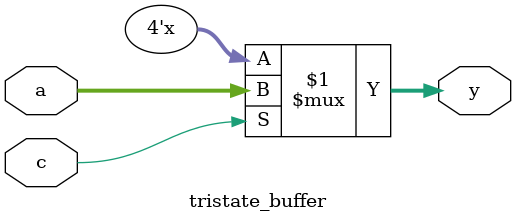
<source format=v>

module tristate_buffer(input wire c, input wire [0:3]a, output wire [0:3]y);
	assign y= c ? a : 4'bz;	
endmodule
</source>
